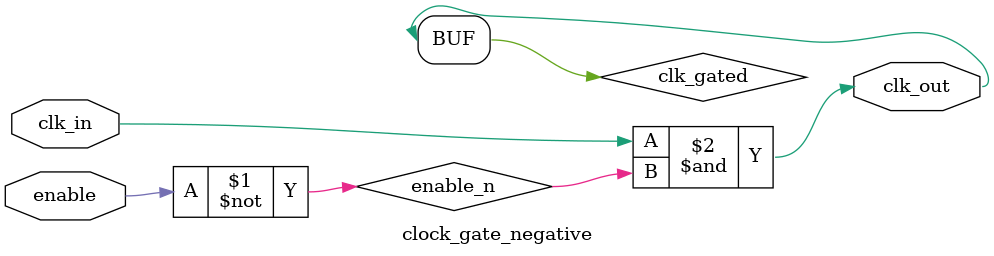
<source format=sv>
module multi_domain_clock_gate (
    input  wire clk_a,
    input  wire clk_b,
    input  wire en_a,
    input  wire en_b,
    output wire gated_clk_a,
    output wire gated_clk_b
);
    // 实例化正极性时钟门控模块
    clock_gate_positive u_clk_gate_a (
        .clk_in  (clk_a),
        .enable  (en_a),
        .clk_out (gated_clk_a)
    );
    
    // 实例化负极性时钟门控模块
    clock_gate_negative u_clk_gate_b (
        .clk_in  (clk_b),
        .enable  (en_b),
        .clk_out (gated_clk_b)
    );
    
endmodule

// 正极性时钟门控子模块
module clock_gate_positive (
    input  wire clk_in,
    input  wire enable,
    output wire clk_out
);
    // 参数化设计，方便未来扩展或配置
    parameter BUFFER_EN = 0;
    
    // 扁平化正极性门控逻辑
    wire clk_gated;
    
    assign clk_gated = (BUFFER_EN == 1) ? (clk_in & enable) : clk_in & enable;
    assign clk_out = clk_gated;
    
endmodule

// 负极性时钟门控子模块
module clock_gate_negative (
    input  wire clk_in,
    input  wire enable,
    output wire clk_out
);
    // 参数化设计，方便未来扩展或配置
    parameter BUFFER_EN = 0;
    
    // 扁平化负极性门控逻辑
    wire enable_n = ~enable;
    wire clk_gated;
    
    assign clk_gated = (BUFFER_EN == 1) ? (clk_in & enable_n) : clk_in & enable_n;
    assign clk_out = clk_gated;
    
endmodule
</source>
